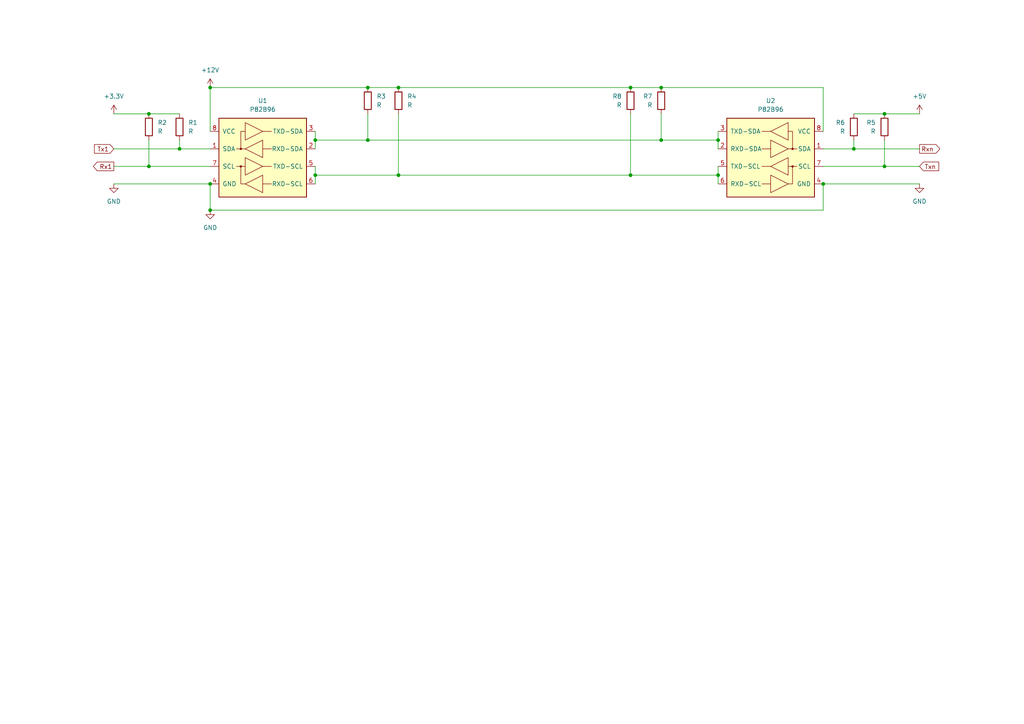
<source format=kicad_sch>
(kicad_sch (version 20230121) (generator eeschema)
  (paper "A4")
  (lib_symbols
    (symbol "Device:R" (pin_numbers hide) (pin_names (offset 0))
      (property "Reference" "R" (at 2.032 0 90))
      (property "Value" "R" (at 0 0 90))
      (symbol "R_0_1"
        (rectangle (start -1.016 -2.54) (end 1.016 2.54) (stroke (width 0.254)))
      )
      (symbol "R_1_1"
        (pin passive line (at 0 3.81 270) (length 1.27) (name "~") (number "1"))
        (pin passive line (at 0 -3.81 90) (length 1.27) (name "~") (number "2"))
      )
    )
    (symbol "Interface_Expansion:P82B96" (pin_names (offset 1.016))
      (property "Reference" "U" (at -12.7 12.7 0))
      (property "Value" "P82B96" (at 5.08 12.7 0))
      (symbol "P82B96_0_1"
        (rectangle (start -12.7 11.43) (end 12.7 -11.43) (stroke (width 0.254)) (fill (type background)))
        (circle (center -6.35 -2.54) (radius 0.127))
        (circle (center -6.35 -2.54) (radius 0.254))
        (circle (center -6.35 2.54) (radius 0.127))
        (circle (center -6.35 2.54) (radius 0.254))
        (polyline (pts (xy -5.08 -2.54) (xy -7.62 -2.54)))
        (polyline (pts (xy 0 -7.62) (xy 2.54 -7.62)))
        (polyline (pts (xy 0 -2.54) (xy 2.54 -2.54)))
        (polyline (pts (xy -5.08 -7.62) (xy -6.35 -7.62) (xy -6.35 -2.54)))
        (polyline (pts (xy -5.08 2.54) (xy -7.62 2.54) (xy -7.62 2.54)))
        (polyline (pts (xy 0 7.62) (xy 2.54 7.62) (xy 2.54 7.62)))
        (polyline (pts (xy 2.54 2.54) (xy 0 2.54) (xy 0 2.54)))
        (polyline (pts (xy -6.35 2.54) (xy -6.35 7.62) (xy -5.08 7.62) (xy -5.08 7.62)))
        (polyline (pts (xy -5.08 0) (xy -5.08 -5.08) (xy 0 -2.54) (xy -5.08 0) (xy -5.08 0)))
        (polyline (pts (xy -5.08 10.16) (xy -5.08 5.08) (xy 0 7.62) (xy -5.08 10.16) (xy -5.08 10.16)))
        (polyline (pts (xy 0 -5.08) (xy -5.08 -7.62) (xy 0 -10.16) (xy 0 -5.08) (xy 0 -5.08)))
        (polyline (pts (xy 0 5.08) (xy -5.08 2.54) (xy 0 0) (xy 0 5.08) (xy 0 5.08)))
      )
      (symbol "P82B96_1_1"
        (pin bidirectional line (at -15.24 2.54 0) (length 2.54) (name "SDA") (number "1"))
        (pin input line (at 15.24 2.54 180) (length 2.54) (name "RXD-SDA") (number "2"))
        (pin output line (at 15.24 7.62 180) (length 2.54) (name "TXD-SDA") (number "3"))
        (pin power_in line (at -15.24 -7.62 0) (length 2.54) (name "GND") (number "4"))
        (pin output line (at 15.24 -2.54 180) (length 2.54) (name "TXD-SCL") (number "5"))
        (pin input line (at 15.24 -7.62 180) (length 2.54) (name "RXD-SCL") (number "6"))
        (pin bidirectional line (at -15.24 -2.54 0) (length 2.54) (name "SCL") (number "7"))
        (pin power_in line (at -15.24 7.62 0) (length 2.54) (name "VCC") (number "8"))
      )
    )
    (symbol "power:+12V" (power) (pin_names (offset 0))
      (property "Value" "+12V" (at 0 3.556 0))
      (symbol "+12V_0_1"
        (polyline (pts (xy -0.762 1.27) (xy 0 2.54)))
        (polyline (pts (xy 0 0) (xy 0 2.54)))
        (polyline (pts (xy 0 2.54) (xy 0.762 1.27)))
      )
      (symbol "+12V_1_1"
        (pin power_in line (at 0 0 90) (length 0) hide (name "+12V") (number "1"))
      )
    )
    (symbol "power:+3.3V" (power) (pin_names (offset 0))
      (property "Value" "+3.3V" (at 0 3.556 0))
      (symbol "+3.3V_0_1"
        (polyline (pts (xy -0.762 1.27) (xy 0 2.54)))
        (polyline (pts (xy 0 0) (xy 0 2.54)))
        (polyline (pts (xy 0 2.54) (xy 0.762 1.27)))
      )
      (symbol "+3.3V_1_1"
        (pin power_in line (at 0 0 90) (length 0) hide (name "+3.3V") (number "1"))
      )
    )
    (symbol "power:+5V" (power) (pin_names (offset 0))
      (property "Value" "+5V" (at 0 3.556 0))
      (symbol "+5V_0_1"
        (polyline (pts (xy -0.762 1.27) (xy 0 2.54)))
        (polyline (pts (xy 0 0) (xy 0 2.54)))
        (polyline (pts (xy 0 2.54) (xy 0.762 1.27)))
      )
      (symbol "+5V_1_1"
        (pin power_in line (at 0 0 90) (length 0) hide (name "+5V") (number "1"))
      )
    )
    (symbol "power:GND" (power) (pin_names (offset 0))
      (property "Value" "GND" (at 0 -3.81 0))
      (symbol "GND_0_1"
        (polyline (pts (xy 0 0) (xy 0 -1.27) (xy 1.27 -1.27) (xy 0 -2.54) (xy -1.27 -1.27) (xy 0 -1.27)))
      )
      (symbol "GND_1_1"
        (pin power_in line (at 0 0 270) (length 0) hide (name "GND") (number "1"))
      )
    )
  )
  (junction (at 256.54 48.26))
  (junction (at 208.28 40.64))
  (junction (at 208.28 50.8))
  (junction (at 191.77 25.4))
  (junction (at 106.68 25.4))
  (junction (at 60.96 53.34))
  (junction (at 60.96 25.4))
  (junction (at 182.88 25.4))
  (junction (at 247.65 43.18))
  (junction (at 91.44 40.64))
  (junction (at 256.54 33.02))
  (junction (at 60.96 60.96))
  (junction (at 52.07 43.18))
  (junction (at 115.57 25.4))
  (junction (at 43.18 33.02))
  (junction (at 191.77 40.64))
  (junction (at 106.68 40.64))
  (junction (at 115.57 50.8))
  (junction (at 238.76 53.34))
  (junction (at 182.88 50.8))
  (junction (at 91.44 50.8))
  (junction (at 43.18 48.26))
  (wire (pts (xy 208.28 48.26) (xy 208.28 50.8)))
  (wire (pts (xy 106.68 40.64) (xy 91.44 40.64)))
  (wire (pts (xy 247.65 40.64) (xy 247.65 43.18)))
  (wire (pts (xy 43.18 40.64) (xy 43.18 48.26)))
  (wire (pts (xy 33.02 33.02) (xy 43.18 33.02)))
  (wire (pts (xy 52.07 40.64) (xy 52.07 43.18)))
  (wire (pts (xy 238.76 38.1) (xy 238.76 25.4)))
  (wire (pts (xy 238.76 53.34) (xy 238.76 60.96)))
  (wire (pts (xy 115.57 25.4) (xy 182.88 25.4)))
  (wire (pts (xy 191.77 33.02) (xy 191.77 40.64)))
  (wire (pts (xy 208.28 50.8) (xy 208.28 53.34)))
  (wire (pts (xy 43.18 48.26) (xy 60.96 48.26)))
  (wire (pts (xy 43.18 33.02) (xy 52.07 33.02)))
  (wire (pts (xy 191.77 25.4) (xy 238.76 25.4)))
  (wire (pts (xy 33.02 43.18) (xy 52.07 43.18)))
  (wire (pts (xy 60.96 38.1) (xy 60.96 25.4)))
  (wire (pts (xy 33.02 48.26) (xy 43.18 48.26)))
  (wire (pts (xy 208.28 40.64) (xy 208.28 43.18)))
  (wire (pts (xy 106.68 33.02) (xy 106.68 40.64)))
  (wire (pts (xy 33.02 53.34) (xy 60.96 53.34)))
  (wire (pts (xy 115.57 50.8) (xy 182.88 50.8)))
  (wire (pts (xy 52.07 43.18) (xy 60.96 43.18)))
  (wire (pts (xy 60.96 25.4) (xy 106.68 25.4)))
  (wire (pts (xy 208.28 38.1) (xy 208.28 40.64)))
  (wire (pts (xy 60.96 53.34) (xy 60.96 60.96)))
  (wire (pts (xy 247.65 43.18) (xy 266.7 43.18)))
  (wire (pts (xy 115.57 33.02) (xy 115.57 50.8)))
  (wire (pts (xy 91.44 50.8) (xy 91.44 53.34)))
  (wire (pts (xy 247.65 43.18) (xy 238.76 43.18)))
  (wire (pts (xy 191.77 40.64) (xy 208.28 40.64)))
  (wire (pts (xy 60.96 60.96) (xy 238.76 60.96)))
  (wire (pts (xy 266.7 53.34) (xy 238.76 53.34)))
  (wire (pts (xy 256.54 40.64) (xy 256.54 48.26)))
  (wire (pts (xy 256.54 33.02) (xy 247.65 33.02)))
  (wire (pts (xy 106.68 40.64) (xy 191.77 40.64)))
  (wire (pts (xy 182.88 33.02) (xy 182.88 50.8)))
  (wire (pts (xy 256.54 48.26) (xy 238.76 48.26)))
  (wire (pts (xy 115.57 50.8) (xy 91.44 50.8)))
  (wire (pts (xy 91.44 40.64) (xy 91.44 43.18)))
  (wire (pts (xy 266.7 33.02) (xy 256.54 33.02)))
  (wire (pts (xy 91.44 48.26) (xy 91.44 50.8)))
  (wire (pts (xy 191.77 25.4) (xy 182.88 25.4)))
  (wire (pts (xy 106.68 25.4) (xy 115.57 25.4)))
  (wire (pts (xy 256.54 48.26) (xy 266.7 48.26)))
  (wire (pts (xy 91.44 38.1) (xy 91.44 40.64)))
  (wire (pts (xy 182.88 50.8) (xy 208.28 50.8)))
  (global_label "Rx1" (shape output) (at 33.02 48.26 180) (property "Intersheetrefs" "${INTERSHEET_REFS}" (effects hide)))
  (global_label "Txn" (shape input) (at 266.7 48.26 0) (property "Intersheetrefs" "${INTERSHEET_REFS}" (effects hide)))
  (global_label "Tx1" (shape input) (at 33.02 43.18 180) (property "Intersheetrefs" "${INTERSHEET_REFS}" (effects hide)))
  (global_label "Rxn" (shape output) (at 266.7 43.18 0) (property "Intersheetrefs" "${INTERSHEET_REFS}" (effects hide)))
  (symbol (lib_id "Device:R") (at 191.77 29.21 0) (mirror y) (unit 1)
    (property "Reference" "R7" (at 189.23 27.94 0) (effects (justify left)))
    (property "Value" "R" (at 189.23 30.48 0) (effects (justify left)))
  )
  (symbol (lib_id "Interface_Expansion:P82B96") (at 76.2 45.72 0) (unit 1)
    (property "Reference" "U1" (at 76.2 29.21 0))
    (property "Value" "P82B96" (at 76.2 31.75 0))
    (property "Datasheet" "http://www.nxp.com/documents/data_sheet/P82B96.pdf" (effects hide))
  )
  (symbol (lib_id "power:GND") (at 266.7 53.34 0) (mirror y) (unit 1)
    (property "Reference" "#PWR06" (effects hide))
    (property "Value" "GND" (at 266.7 58.42 0))
  )
  (symbol (lib_id "Interface_Expansion:P82B96") (at 223.52 45.72 0) (mirror y) (unit 1)
    (property "Reference" "U2" (at 223.52 29.21 0))
    (property "Value" "P82B96" (at 223.52 31.75 0))
    (property "Datasheet" "http://www.nxp.com/documents/data_sheet/P82B96.pdf" (effects hide))
  )
  (symbol (lib_id "Device:R") (at 52.07 36.83 0) (unit 1)
    (property "Reference" "R1" (at 54.61 35.56 0) (effects (justify left)))
    (property "Value" "R" (at 54.61 38.1 0) (effects (justify left)))
  )
  (symbol (lib_id "Device:R") (at 106.68 29.21 0) (unit 1)
    (property "Reference" "R3" (at 109.22 27.94 0) (effects (justify left)))
    (property "Value" "R" (at 109.22 30.48 0) (effects (justify left)))
  )
  (symbol (lib_id "Device:R") (at 43.18 36.83 0) (unit 1)
    (property "Reference" "R2" (at 45.72 35.56 0) (effects (justify left)))
    (property "Value" "R" (at 45.72 38.1 0) (effects (justify left)))
  )
  (symbol (lib_id "power:GND") (at 60.96 60.96 0) (unit 1)
    (property "Reference" "#PWR03" (effects hide))
    (property "Value" "GND" (at 60.96 66.04 0))
  )
  (symbol (lib_id "Device:R") (at 256.54 36.83 0) (mirror y) (unit 1)
    (property "Reference" "R5" (at 254 35.56 0) (effects (justify left)))
    (property "Value" "R" (at 254 38.1 0) (effects (justify left)))
  )
  (symbol (lib_id "power:GND") (at 33.02 53.34 0) (unit 1)
    (property "Reference" "#PWR04" (effects hide))
    (property "Value" "GND" (at 33.02 58.42 0))
  )
  (symbol (lib_id "power:+12V") (at 60.96 25.4 0) (unit 1)
    (property "Reference" "#PWR02" (effects hide))
    (property "Value" "+12V" (at 60.96 20.32 0))
  )
  (symbol (lib_id "Device:R") (at 115.57 29.21 0) (unit 1)
    (property "Reference" "R4" (at 118.11 27.94 0) (effects (justify left)))
    (property "Value" "R" (at 118.11 30.48 0) (effects (justify left)))
  )
  (symbol (lib_id "Device:R") (at 247.65 36.83 0) (mirror y) (unit 1)
    (property "Reference" "R6" (at 245.11 35.56 0) (effects (justify left)))
    (property "Value" "R" (at 245.11 38.1 0) (effects (justify left)))
  )
  (symbol (lib_id "power:+3.3V") (at 33.02 33.02 0) (unit 1)
    (property "Reference" "#PWR01" (effects hide))
    (property "Value" "+3.3V" (at 33.02 27.94 0))
  )
  (symbol (lib_id "power:+5V") (at 266.7 33.02 0) (unit 1)
    (property "Reference" "#PWR05" (effects hide))
    (property "Value" "+5V" (at 266.7 27.94 0))
  )
  (symbol (lib_id "Device:R") (at 182.88 29.21 0) (mirror y) (unit 1)
    (property "Reference" "R8" (at 180.34 27.94 0) (effects (justify left)))
    (property "Value" "R" (at 180.34 30.48 0) (effects (justify left)))
  )
)
</source>
